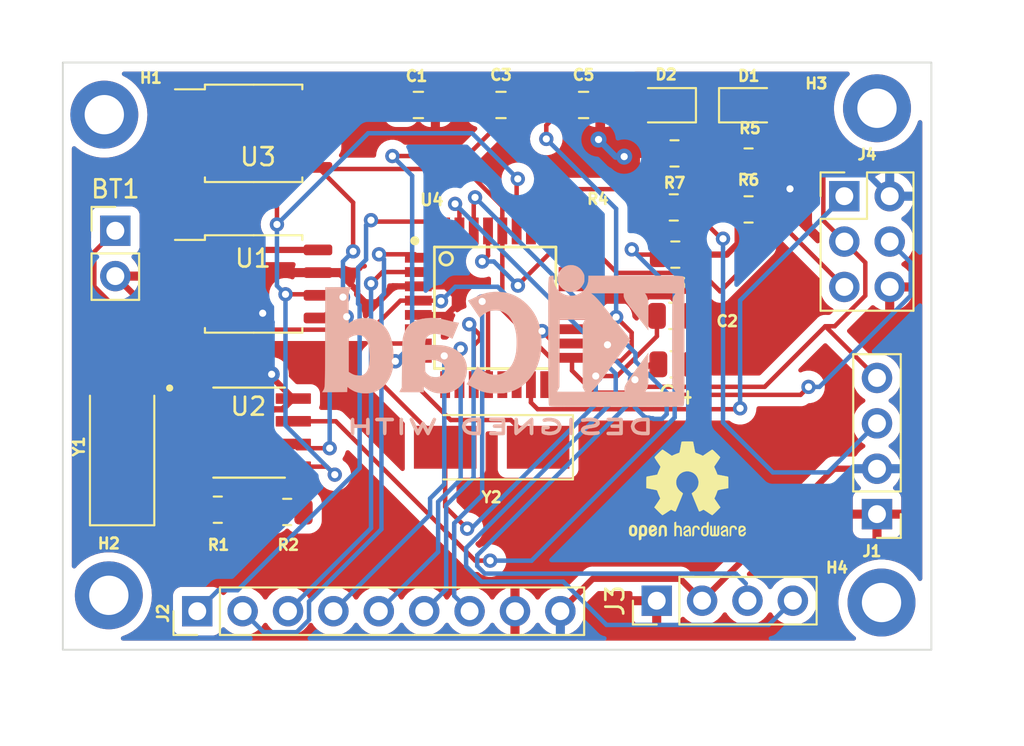
<source format=kicad_pcb>
(kicad_pcb (version 20211014) (generator pcbnew)
  (title_block (title "MCU Datalogger") (date "2022-06-04") (rev "1") (company "Amrith"))
  (layers (0 "F.Cu" mixed) (31 "B.Cu" mixed) (34 "B.Paste" user) (35 "F.Paste" user) (36 "B.SilkS" user "B.Silkscreen") (37 "F.SilkS" user "F.Silkscreen") (38 "B.Mask" user) (39 "F.Mask" user) (44 "Edge.Cuts" user))
  (net 0 "")
  (net 1 "Net-(BT1-Pad1)")
  (net 2 "GND")
  (net 3 "VCC")
  (net 4 "Net-(U4-Pad7)")
  (net 5 "Net-(D1-Pad1)")
  (net 6 "/SCK")
  (net 7 "Net-(D2-Pad1)")
  (net 8 "/SDA")
  (net 9 "/D2")
  (net 10 "/D3")
  (net 11 "/D4")
  (net 12 "/D5")
  (net 13 "/D6")
  (net 14 "/D7")
  (net 15 "/D8")
  (net 16 "/RX")
  (net 17 "/TX")
  (net 18 "/MOSI")
  (net 19 "/MISO")
  (net 20 "/RESET")
  (net 21 "Net-(U2-Pad3)")
  (net 22 "Net-(U2-Pad7)")
  (net 23 "Net-(U2-Pad1)")
  (net 24 "Net-(U2-Pad2)")
  (net 34 "Net-(C3-Pad2)")
  (net 35 "Net-(C4-Pad2)")
  (footprint "MountingHole:MountingHole_2.2mm_M2_DIN965_Pad_TopBottom" (layer "F.Cu") (at 143.865 106.087)
    (fp_text reference "H4")
    (fp_text value "MountingHole")
  )
  (footprint "Resistor_SMD:R_0805_2012Metric" (layer "F.Cu") (at 132.239 83.978)
    (fp_text reference "R4")
    (fp_text value "4.7K")
  )
  (footprint "Package_SO:SOIC-8_5.23x5.23mm_P1.27mm" (layer "F.Cu") (at 108.729 79.832)
    (fp_text reference "U3")
    (fp_text value "24LC1025")
  )
  (footprint "Capacitor_SMD:C_0805_2012Metric" (layer "F.Cu") (at 132.247 90.047 180)
    (fp_text reference "C2")
    (fp_text value "22pF")
  )
  (footprint "Resistor_SMD:R_0805_2012Metric" (layer "F.Cu") (at 106.7235 100.893 180)
    (fp_text reference "R1")
    (fp_text value "10K")
  )
  (footprint "MountingHole:MountingHole_2.2mm_M2_DIN965_Pad_TopBottom" (layer "F.Cu") (at 143.612 78.429)
    (fp_text reference "H3")
    (fp_text value "MountingHole")
  )
  (footprint "MountingHole:MountingHole_2.2mm_M2_DIN965_Pad_TopBottom" (layer "F.Cu") (at 100.626 105.684)
    (fp_text reference "H2")
    (fp_text value "MountingHole")
  )
  (footprint "Resistor_SMD:R_0805_2012Metric" (layer "F.Cu") (at 132.326 86.617 180)
    (fp_text reference "R3")
    (fp_text value "10k")
  )
  (footprint "DS1337S_:SOIC127P600X175-8N" (layer "F.Cu") (at 108.475 96.579)
    (fp_text reference "U2")
    (fp_text value "DS1337S+")
  )
  (footprint "Capacitor_SMD:C_0805_2012Metric" (layer "F.Cu") (at 127.19325 78.244)
    (fp_text reference "C5")
    (fp_text value "100nF")
  )
  (footprint "Package_SO:SOIC-8_5.23x5.23mm_P1.27mm" (layer "F.Cu") (at 108.729 88.2605)
    (fp_text reference "U1")
    (fp_text value "24LC1025")
  )
  (footprint "Crystal:Crystal_SMD_5032-2Pin_5.0x3.2mm_HandSoldering" (layer "F.Cu") (at 101.37 97.213 90)
    (fp_text reference "Y1")
    (fp_text value "32.768 KHz")
  )
  (footprint "Connector_PinHeader_2.54mm:PinHeader_2x03_P2.54mm_Vertical" (layer "F.Cu") (at 141.784 83.348)
    (fp_text reference "J4")
    (fp_text value "Conn_02x03_Odd_Even")
  )
  (footprint "Capacitor_SMD:C_0805_2012Metric" (layer "F.Cu") (at 122.571 78.244)
    (fp_text reference "C3")
    (fp_text value "22pF")
  )
  (footprint "Connector_PinHeader_2.54mm:PinHeader_1x04_P2.54mm_Vertical" (layer "F.Cu") (at 143.612 101.14 180)
    (fp_text reference "J1")
    (fp_text value "Conn_01x04_Male")
  )
  (footprint "Resistor_SMD:R_0805_2012Metric" (layer "F.Cu") (at 136.425 84.089)
    (fp_text reference "R6")
    (fp_text value "10K")
  )
  (footprint "Capacitor_SMD:C_0805_2012Metric" (layer "F.Cu") (at 117.94875 78.244)
    (fp_text reference "C1")
    (fp_text value "0.1uF")
  )
  (footprint "Resistor_SMD:R_0805_2012Metric" (layer "F.Cu") (at 110.6075 101.02)
    (fp_text reference "R2")
    (fp_text value "4.7k")
  )
  (footprint "MountingHole:MountingHole_2.2mm_M2_DIN965_Pad_TopBottom" (layer "F.Cu") (at 100.373 78.786)
    (fp_text reference "H1")
    (fp_text value "MountingHole")
  )
  (footprint "Connector_PinHeader_2.54mm:PinHeader_1x04_P2.54mm_Vertical" (layer "F.Cu") (at 131.285 105.985 90)
    (fp_text reference "J3")
    (fp_text value "Conn_01x04_Male")
  )
  (footprint "Resistor_SMD:R_0805_2012Metric" (layer "F.Cu") (at 136.425 81.41 180)
    (fp_text reference "R5")
    (fp_text value "330r")
  )
  (footprint "LED_SMD:LED_0805_2012Metric" (layer "F.Cu") (at 131.7955 78.259 180)
    (fp_text reference "D2")
    (fp_text value "LED")
  )
  (footprint "Connector_PinHeader_2.54mm:PinHeader_1x02_P2.54mm_Vertical" (layer "F.Cu") (at 100.99 85.281)
    (fp_text reference "BT1")
    (fp_text value "Battery")
  )
  (footprint "Crystal:Crystal_SMD_5032-2Pin_5.0x3.2mm_HandSoldering" (layer "F.Cu") (at 122.048 97.398 180)
    (fp_text reference "Y2")
    (fp_text value "16MHz")
  )
  (footprint "Capacitor_SMD:C_0805_2012Metric" (layer "F.Cu") (at 132.326 92.758 180)
    (fp_text reference "C4")
    (fp_text value "0.1uF")
  )
  (footprint "LED_SMD:LED_0805_2012Metric" (layer "F.Cu") (at 136.45775 78.259)
    (fp_text reference "D1")
    (fp_text value "LED")
  )
  (footprint "ATMEGA328P-AU:QFP80P900X900X120-32N" (layer "F.Cu") (at 122.246 89.593)
    (fp_text reference "U4")
    (fp_text value "ATMEGA328P-AU")
  )
  (footprint "Symbol:OSHW-Logo2_7.3x6mm_SilkScreen" (layer "F.Cu") (at 133 99.833)
    (fp_text reference "REF**" hide)
    (fp_text value "OSHW-Logo2_7.3x6mm_SilkScreen" hide)
  )
  (footprint "Connector_PinHeader_2.54mm:PinHeader_1x09_P2.54mm_Vertical" (layer "F.Cu") (at 105.574 106.572 90)
    (fp_text reference "J2")
    (fp_text value "Conn_01x09_Male")
  )
  (footprint "Resistor_SMD:R_0805_2012Metric" (layer "F.Cu") (at 132.2815 80.955 180)
    (fp_text reference "R7")
    (fp_text value "330r")
  )
  (footprint "Symbol:KiCad-Logo2_8mm_SilkScreen" (layer "B.Cu") (at 122.712 91.14 180)
    (fp_text reference "REF**" hide)
    (fp_text value "KiCad-Logo2_8mm_SilkScreen" hide)
  )
  (gr_rect (start 98.0495 75.868) (end 146.6555 108.728) (layer "Edge.Cuts") (width 0.1) (fill none))
  (segment (start 125.106 80.145) (end 125.106 79.38125) (width 0.25) (layer "F.Cu") (net 1))
  (segment (start 129.883501 90.983501) (end 129.014 90.114) (width 0.25) (layer "F.Cu") (net 1))
  (segment (start 102.229081 90.818081) (end 99.815489 88.404489) (width 0.25) (layer "F.Cu") (net 1))
  (segment (start 129.79348 77.19448) (end 127.29277 77.19448) (width 0.25) (layer "F.Cu") (net 1))
  (segment (start 125.106 79.38125) (end 126.24325 78.244) (width 0.25) (layer "F.Cu") (net 1))
  (segment (start 128.300901 92.562501) (end 129.285099 92.562501) (width 0.25) (layer "F.Cu") (net 1))
  (segment (start 119.186 89.193) (end 119.215 89.222) (width 0.25) (layer "F.Cu") (net 1))
  (segment (start 99.815489 88.404489) (end 99.815489 86.455511) (width 0.25) (layer "F.Cu") (net 1))
  (segment (start 125.564 91.593) (end 126.546 91.593) (width 0.25) (layer "F.Cu") (net 1))
  (segment (start 129.285099 92.562501) (end 129.883501 91.964099) (width 0.25) (layer "F.Cu") (net 1))
  (segment (start 115.320919 90.818081) (end 102.229081 90.818081) (width 0.25) (layer "F.Cu") (net 1))
  (segment (start 117.946 89.193) (end 119.186 89.193) (width 0.25) (layer "F.Cu") (net 1))
  (segment (start 124.867 90.896) (end 125.564 91.593) (width 0.25) (layer "F.Cu") (net 1))
  (segment (start 127.3314 91.593) (end 128.300901 92.562501) (width 0.25) (layer "F.Cu") (net 1))
  (segment (start 130.858 78.259) (end 129.79348 77.19448) (width 0.25) (layer "F.Cu") (net 1))
  (segment (start 117.946 89.193) (end 116.946 89.193) (width 0.25) (layer "F.Cu") (net 1))
  (segment (start 126.546 91.593) (end 127.3314 91.593) (width 0.25) (layer "F.Cu") (net 1))
  (segment (start 127.29277 77.19448) (end 126.24325 78.244) (width 0.25) (layer "F.Cu") (net 1))
  (segment (start 116.946 89.193) (end 115.320919 90.818081) (width 0.25) (layer "F.Cu") (net 1))
  (segment (start 99.815489 86.455511) (end 100.99 85.281) (width 0.25) (layer "F.Cu") (net 1))
  (segment (start 129.883501 91.964099) (end 129.883501 90.983501) (width 0.25) (layer "F.Cu") (net 1))
  (via (at 124.867 90.896) (size 0.8) (drill 0.4) (layers "F.Cu" "B.Cu") (net 1))
  (via (at 125.106 80.145) (size 0.8) (drill 0.4) (layers "F.Cu" "B.Cu") (net 1))
  (via (at 119.215 89.222) (size 0.8) (drill 0.4) (layers "F.Cu" "B.Cu") (net 1))
  (via (at 129.014 90.114) (size 0.8) (drill 0.4) (layers "F.Cu" "B.Cu") (net 1))
  (segment (start 121.622 88.419) (end 122.39 88.419) (width 0.25) (layer "B.Cu") (net 1))
  (segment (start 129.014 84.053) (end 125.106 80.145) (width 0.25) (layer "B.Cu") (net 1))
  (segment (start 129.014 90.114) (end 129.014 84.053) (width 0.25) (layer "B.Cu") (net 1))
  (segment (start 120.018 88.419) (end 121.622 88.419) (width 0.25) (layer "B.Cu") (net 1))
  (segment (start 122.39 88.419) (end 124.867 90.896) (width 0.25) (layer "B.Cu") (net 1))
  (segment (start 119.215 89.222) (end 120.018 88.419) (width 0.25) (layer "B.Cu") (net 1))
  (segment (start 131.369 80.955) (end 129.644 80.955) (width 0.35) (layer "F.Cu") (net 2))
  (segment (start 114.524499 88.83781) (end 114.524499 88.64981) (width 0.35) (layer "F.Cu") (net 2))
  (segment (start 114.97819 89.291501) (end 114.524499 88.83781) (width 0.35) (layer "F.Cu") (net 2))
  (segment (start 130.788316 88.94748) (end 132.09748 88.94748) (width 0.35) (layer "F.Cu") (net 2))
  (segment (start 128.029 80.177) (end 128.029 78.35825) (width 0.35) (layer "F.Cu") (net 2))
  (segment (start 103.3345 90.1655) (end 100.99 87.821) (width 0.35) (layer "F.Cu") (net 2))
  (segment (start 119.989501 89.54281) (end 119.53581 89.996501) (width 0.35) (layer "F.Cu") (net 2))
  (segment (start 119.481311 88.393) (end 119.989501 88.90119) (width 0.35) (layer "F.Cu") (net 2))
  (segment (start 129.644 80.955) (end 129.465 81.134) (width 0.35) (layer "F.Cu") (net 2))
  (segment (start 132.09748 88.94748) (end 133.197 90.047) (width 0.35) (layer "F.Cu") (net 2))
  (segment (start 114.524499 88.64981) (end 113.500189 87.6255) (width 0.35) (layer "F.Cu") (net 2))
  (segment (start 117.949501 89.996501) (end 117.946 89.993) (width 0.35) (layer "F.Cu") (net 2))
  (segment (start 105.129 90.1655) (end 103.3345 90.1655) (width 0.35) (layer "F.Cu") (net 2))
  (segment (start 117.946 88.393) (end 119.481311 88.393) (width 0.35) (layer "F.Cu") (net 2))
  (segment (start 117.946 88.393) (end 116.518311 88.393) (width 0.35) (layer "F.Cu") (net 2))
  (segment (start 116.518311 88.393) (end 115.61981 89.291501) (width 0.35) (layer "F.Cu") (net 2))
  (segment (start 115.61981 89.291501) (end 114.97819 89.291501) (width 0.35) (layer "F.Cu") (net 2))
  (segment (start 119.53581 89.996501) (end 117.949501 89.996501) (width 0.35) (layer "F.Cu") (net 2))
  (segment (start 113.500189 87.6255) (end 112.329 87.6255) (width 0.35) (layer "F.Cu") (net 2))
  (segment (start 128.029 78.35825) (end 128.14325 78.244) (width 0.35) (layer "F.Cu") (net 2))
  (segment (start 130.542796 89.193) (end 130.788316 88.94748) (width 0.35) (layer "F.Cu") (net 2))
  (segment (start 126.546 89.193) (end 130.542796 89.193) (width 0.35) (layer "F.Cu") (net 2))
  (segment (start 119.989501 88.90119) (end 119.989501 89.54281) (width 0.35) (layer "F.Cu") (net 2))
  (via (at 129.465 81.134) (size 0.9) (drill 0.4) (layers "F.Cu" "B.Cu") (net 2))
  (via (at 128.029 80.177) (size 0.9) (drill 0.4) (layers "F.Cu" "B.Cu") (net 2))
  (segment (start 128.986 81.134) (end 128.029 80.177) (width 0.35) (layer "B.Cu") (net 2))
  (segment (start 129.465 81.134) (end 128.986 81.134) (width 0.35) (layer "B.Cu") (net 2))
  (segment (start 108.2335 88.8955) (end 109.236 89.898) (width 0.35) (layer "F.Cu") (net 3))
  (segment (start 109.695 101.02) (end 109.695 99.901427) (width 0.35) (layer "F.Cu") (net 3))
  (segment (start 141.21 98.6) (end 133.825 105.985) (width 0.35) (layer "F.Cu") (net 3))
  (segment (start 107.636 100.893) (end 109.568 100.893) (width 0.35) (layer "F.Cu") (net 3))
  (segment (start 103.95448 78.829737) (end 103.95448 79.564263) (width 0.35) (layer "F.Cu") (net 3))
  (segment (start 127.705511 104.760489) (end 132.600489 104.760489) (width 0.35) (layer "F.Cu") (net 3))
  (segment (start 110.95 94.674) (end 109.7375 93.4615) (width 0.35) (layer "F.Cu") (net 3))
  (segment (start 135.5125 84.089) (end 136.6655 82.936) (width 0.35) (layer "F.Cu") (net 3))
  (segment (start 104.857217 80.467) (end 103.95448 81.369737) (width 0.35) (layer "F.Cu") (net 3))
  (segment (start 104.857217 77.927) (end 103.95448 78.829737) (width 0.35) (layer "F.Cu") (net 3))
  (segment (start 143.612 98.6) (end 141.21 98.6) (width 0.35) (layer "F.Cu") (net 3))
  (segment (start 105.129 88.8955) (end 108.2335 88.8955) (width 0.35) (layer "F.Cu") (net 3))
  (segment (start 105.129 80.467) (end 104.857217 80.467) (width 0.35) (layer "F.Cu") (net 3))
  (segment (start 110.34952 95.27448) (end 110.95 94.674) (width 0.35) (layer "F.Cu") (net 3))
  (segment (start 136.6655 82.936) (end 138.744 82.936) (width 0.35) (layer "F.Cu") (net 3))
  (segment (start 125.894 106.572) (end 127.705511 104.760489) (width 0.35) (layer "F.Cu") (net 3))
  (segment (start 109.14096 95.967582) (end 109.834062 95.27448) (width 0.35) (layer "F.Cu") (net 3))
  (segment (start 135.813511 86.0048) (end 135.813511 84.390011) (width 0.35) (layer "F.Cu") (net 3))
  (segment (start 109.695 99.901427) (end 109.14096 99.347387) (width 0.35) (layer "F.Cu") (net 3))
  (segment (start 132.600489 104.760489) (end 133.825 105.985) (width 0.35) (layer "F.Cu") (net 3))
  (segment (start 109.14096 99.347387) (end 109.14096 95.967582) (width 0.35) (layer "F.Cu") (net 3))
  (segment (start 116.68175 77.927) (end 116.99875 78.244) (width 0.35) (layer "F.Cu") (net 3))
  (segment (start 133.2385 86.617) (end 135.201311 86.617) (width 0.35) (layer "F.Cu") (net 3))
  (segment (start 112.329 77.927) (end 116.68175 77.927) (width 0.35) (layer "F.Cu") (net 3))
  (segment (start 105.129 86.3555) (end 105.129 87.6255) (width 0.35) (layer "F.Cu") (net 3))
  (segment (start 103.95448 79.564263) (end 104.857217 80.467) (width 0.35) (layer "F.Cu") (net 3))
  (segment (start 109.568 100.893) (end 109.695 101.02) (width 0.35) (layer "F.Cu") (net 3))
  (segment (start 105.129 77.927) (end 104.857217 77.927) (width 0.35) (layer "F.Cu") (net 3))
  (segment (start 135.201311 86.617) (end 135.813511 86.0048) (width 0.35) (layer "F.Cu") (net 3))
  (segment (start 105.129 87.6255) (end 105.129 88.8955) (width 0.35) (layer "F.Cu") (net 3))
  (segment (start 105.129 86.3555) (end 112.329 86.3555) (width 0.35) (layer "F.Cu") (net 3))
  (segment (start 103.95448 85.18098) (end 105.129 86.3555) (width 0.35) (layer "F.Cu") (net 3))
  (segment (start 131.3265 83.978) (end 131.3265 84.705) (width 0.35) (layer "F.Cu") (net 3))
  (segment (start 105.129 77.927) (end 112.329 77.927) (width 0.35) (layer "F.Cu") (net 3))
  (segment (start 103.95448 81.369737) (end 103.95448 85.18098) (width 0.35) (layer "F.Cu") (net 3))
  (segment (start 109.834062 95.27448) (end 110.34952 95.27448) (width 0.35) (layer "F.Cu") (net 3))
  (segment (start 131.3265 84.705) (end 133.2385 86.617) (width 0.35) (layer "F.Cu") (net 3))
  (segment (start 135.813511 84.390011) (end 135.5125 84.089) (width 0.35) (layer "F.Cu") (net 3))
  (segment (start 109.7375 93.4615) (end 109.7375 93.314699) (width 0.35) (layer "F.Cu") (net 3))
  (via (at 109.236 89.898) (size 0.9) (drill 0.4) (layers "F.Cu" "B.Cu") (net 3))
  (via (at 109.7375 93.314699) (size 0.9) (drill 0.4) (layers "F.Cu" "B.Cu") (net 3))
  (via (at 138.744 82.936) (size 0.9) (drill 0.4) (layers "F.Cu" "B.Cu") (net 3))
  (segment (start 143.099489 82.123489) (end 144.324 83.348) (width 0.35) (layer "B.Cu") (net 3))
  (segment (start 138.744 82.936) (end 139.556511 82.123489) (width 0.35) (layer "B.Cu") (net 3))
  (segment (start 139.556511 82.123489) (end 143.099489 82.123489) (width 0.35) (layer "B.Cu") (net 3))
  (segment (start 109.7375 90.3995) (end 109.7375 93.314699) (width 0.35) (layer "B.Cu") (net 3))
  (segment (start 109.236 89.898) (end 109.7375 90.3995) (width 0.35) (layer "B.Cu") (net 3))
  (segment (start 116.063386 91.593) (end 117.946 91.593) (width 0.25) (layer "F.Cu") (net 4))
  (segment (start 131.297 90.047) (end 131.297 91.186304) (width 0.25) (layer "F.Cu") (net 4))
  (segment (start 119.448 100.724) (end 120.676997 101.952997) (width 0.25) (layer "F.Cu") (net 4))
  (segment (start 115.370489 93.320489) (end 115.370489 92.285897) (width 0.25) (layer "F.Cu") (net 4))
  (segment (start 129.070939 93.412365) (end 127.873463 93.412365) (width 0.25) (layer "F.Cu") (net 4))
  (segment (start 115.370489 92.285897) (end 116.063386 91.593) (width 0.25) (layer "F.Cu") (net 4))
  (segment (start 119.448 97.398) (end 115.370489 93.320489) (width 0.25) (layer "F.Cu") (net 4))
  (segment (start 131.297 91.186304) (end 129.070939 93.412365) (width 0.25) (layer "F.Cu") (net 4))
  (segment (start 119.448 97.398) (end 119.448 100.724) (width 0.25) (layer "F.Cu") (net 4))
  (via (at 120.676997 101.952997) (size 0.8) (drill 0.4) (layers "F.Cu" "B.Cu") (net 4))
  (via (at 127.873463 93.412365) (size 0.8) (drill 0.4) (layers "F.Cu" "B.Cu") (net 4))
  (segment (start 120.676997 101.952997) (end 120.907003 101.952997) (width 0.25) (layer "B.Cu") (net 4))
  (segment (start 127.873463 94.986537) (end 127.873463 93.412365) (width 0.25) (layer "B.Cu") (net 4))
  (segment (start 120.907003 101.952997) (end 127.873463 94.986537) (width 0.25) (layer "B.Cu") (net 4))
  (segment (start 135.5125 78.26675) (end 135.52025 78.259) (width 0.25) (layer "F.Cu") (net 5))
  (segment (start 135.5125 81.41) (end 135.5125 78.26675) (width 0.25) (layer "F.Cu") (net 5))
  (segment (start 112.985 97.451) (end 111.187 97.451) (width 0.25) (layer "F.Cu") (net 6))
  (segment (start 122.646 85.293) (end 122.646 89.6996) (width 0.25) (layer "F.Cu") (net 6))
  (segment (start 127.778999 94.342501) (end 130.366099 94.342501) (width 0.25) (layer "F.Cu") (net 6))
  (segment (start 140.609489 84.713489) (end 141.784 85.888) (width 0.25) (layer "F.Cu") (net 6))
  (segment (start 112.329 90.1655) (end 113.865069 90.1655) (width 0.25) (layer "F.Cu") (net 6))
  (segment (start 125.3394 92.393) (end 126.546 92.393) (width 0.25) (layer "F.Cu") (net 6))
  (segment (start 112.329 81.737) (end 114.29633 83.70433) (width 0.25) (layer "F.Cu") (net 6))
  (segment (start 112.329 81.737) (end 112.418501 81.826501) (width 0.25) (layer "F.Cu") (net 6))
  (segment (start 126.546 93.109502) (end 127.778999 94.342501) (width 0.25) (layer "F.Cu") (net 6))
  (segment (start 137.327324 94.017676) (end 140.7185 90.6265) (width 0.25) (layer "F.Cu") (net 6))
  (segment (start 142.958511 88.914499) (end 141.24651 90.6265) (width 0.25) (layer "F.Cu") (net 6))
  (segment (start 141.784 85.888) (end 142.958511 87.062511) (width 0.25) (layer "F.Cu") (net 6))
  (segment (start 112.418501 81.826501) (end 120.555101 81.826501) (width 0.25) (layer "F.Cu") (net 6))
  (segment (start 111.187 97.451) (end 110.95 97.214) (width 0.25) (layer "F.Cu") (net 6))
  (segment (start 109.64048 97.53252) (end 109.959 97.214) (width 0.25) (layer "F.Cu") (net 6))
  (segment (start 140.7185 90.6265) (end 143.612 93.52) (width 0.25) (layer "F.Cu") (net 6))
  (segment (start 141.24651 90.6265) (end 140.7185 90.6265) (width 0.25) (layer "F.Cu") (net 6))
  (segment (start 130.366099 94.342501) (end 130.690924 94.017676) (width 0.25) (layer "F.Cu") (net 6))
  (segment (start 109.64048 99.14048) (end 109.64048 97.53252) (width 0.25) (layer "F.Cu") (net 6))
  (segment (start 122.646 83.9174) (end 122.646 85.293) (width 0.25) (layer "F.Cu") (net 6))
  (segment (start 126.546 92.393) (end 126.546 93.109502) (width 0.25) (layer "F.Cu") (net 6))
  (segment (start 140.609489 81.473239) (end 140.609489 84.713489) (width 0.25) (layer "F.Cu") (net 6))
  (segment (start 113.7285 88.997) (end 112.56 90.1655) (width 0.25) (layer "F.Cu") (net 6))
  (segment (start 130.690924 94.017676) (end 137.327324 94.017676) (width 0.25) (layer "F.Cu") (net 6))
  (segment (start 109.959 97.214) (end 110.95 97.214) (width 0.25) (layer "F.Cu") (net 6))
  (segment (start 122.646 89.6996) (end 125.3394 92.393) (width 0.25) (layer "F.Cu") (net 6))
  (segment (start 113.865069 90.1655) (end 113.936989 90.09358) (width 0.25) (layer "F.Cu") (net 6))
  (segment (start 137.39525 78.259) (end 140.609489 81.473239) (width 0.25) (layer "F.Cu") (net 6))
  (segment (start 112.56 90.1655) (end 112.329 90.1655) (width 0.25) (layer "F.Cu") (net 6))
  (segment (start 111.52 101.02) (end 109.64048 99.14048) (width 0.25) (layer "F.Cu") (net 6))
  (segment (start 142.958511 87.062511) (end 142.958511 88.914499) (width 0.25) (layer "F.Cu") (net 6))
  (segment (start 114.29633 83.70433) (end 114.29633 86.437248) (width 0.25) (layer "F.Cu") (net 6))
  (segment (start 120.555101 81.826501) (end 122.646 83.9174) (width 0.25) (layer "F.Cu") (net 6))
  (via (at 114.29633 86.437248) (size 0.8) (drill 0.4) (layers "F.Cu" "B.Cu") (net 6))
  (via (at 113.7285 88.997) (size 0.8) (drill 0.4) (layers "F.Cu" "B.Cu") (net 6))
  (via (at 113.936989 90.09358) (size 0.8) (drill 0.4) (layers "F.Cu" "B.Cu") (net 6))
  (via (at 112.985 97.451) (size 0.8) (drill 0.4) (layers "F.Cu" "B.Cu") (net 6))
  (segment (start 112.985 97.451) (end 112.985 91.045569) (width 0.25) (layer "B.Cu") (net 6))
  (segment (start 112.985 91.045569) (end 113.936989 90.09358) (width 0.25) (layer "B.Cu") (net 6))
  (segment (start 113.7285 88.997) (end 113.7285 87.005078) (width 0.25) (layer "B.Cu") (net 6))
  (segment (start 113.7285 87.005078) (end 114.29633 86.437248) (width 0.25) (layer "B.Cu") (net 6))
  (segment (start 133.194 78.72) (end 132.733 78.259) (width 0.25) (layer "F.Cu") (net 7))
  (segment (start 133.194 80.955) (end 133.194 78.72) (width 0.25) (layer "F.Cu") (net 7))
  (segment (start 132.12698 82.95348) (end 124.78552 82.95348) (width 0.25) (layer "F.Cu") (net 8))
  (segment (start 123.446 85.293) (end 123.446 82.443) (width 0.25) (layer "F.Cu") (net 8))
  (segment (start 124.78552 82.95348) (end 123.446 84.293) (width 0.25) (layer "F.Cu") (net 8))
  (segment (start 133.1515 83.978) (end 132.12698 82.95348) (width 0.25) (layer "F.Cu") (net 8))
  (segment (start 112.329 80.467) (end 112.127928 80.467) (width 0.25) (layer "F.Cu") (net 8))
  (segment (start 112.822 98.484) (end 113.270201 98.932201) (width 0.25) (layer "F.Cu") (net 8))
  (segment (start 134.9015 85.728) (end 134.995 85.728) (width 0.25) (layer "F.Cu") (net 8))
  (segment (start 110.034 82.560928) (end 110.034 84.93) (width 0.25) (layer "F.Cu") (net 8))
  (segment (start 123.446 84.293) (end 123.446 85.293) (width 0.25) (layer "F.Cu") (net 8))
  (segment (start 112.2715 88.838) (end 112.329 88.8955) (width 0.25) (layer "F.Cu") (net 8))
  (segment (start 123.446 82.443) (end 123.511 82.378) (width 0.25) (layer "F.Cu") (net 8))
  (segment (start 110.512 88.838) (end 112.2715 88.838) (width 0.25) (layer "F.Cu") (net 8))
  (segment (start 133.1515 83.978) (end 134.9015 85.728) (width 0.25) (layer "F.Cu") (net 8))
  (segment (start 110.95 98.484) (end 112.822 98.484) (width 0.25) (layer "F.Cu") (net 8))
  (segment (start 112.127928 80.467) (end 110.034 82.560928) (width 0.25) (layer "F.Cu") (net 8))
  (via (at 113.270201 98.932201) (size 0.8) (drill 0.4) (layers "F.Cu" "B.Cu") (net 8))
  (via (at 110.512 88.838) (size 0.8) (drill 0.4) (layers "F.Cu" "B.Cu") (net 8))
  (via (at 110.034 84.93) (size 0.8) (drill 0.4) (layers "F.Cu" "B.Cu") (net 8))
  (via (at 123.511 82.378) (size 0.8) (drill 0.4) (layers "F.Cu" "B.Cu") (net 8))
  (via (at 134.995 85.728) (size 0.8) (drill 0.4) (layers "F.Cu" "B.Cu") (net 8))
  (segment (start 110.034 88.36) (end 110.512 88.838) (width 0.25) (layer "B.Cu") (net 8))
  (segment (start 120.959 79.826) (end 115.138 79.826) (width 0.25) (layer "B.Cu") (net 8))
  (segment (start 123.511 82.378) (end 120.959 79.826) (width 0.25) (layer "B.Cu") (net 8))
  (segment (start 110.034 84.93) (end 110.034 88.36) (width 0.25) (layer "B.Cu") (net 8))
  (segment (start 134.995 96.014) (end 137.787 98.806) (width 0.25) (layer "B.Cu") (net 8))
  (segment (start 134.995 85.728) (end 134.995 96.014) (width 0.25) (layer "B.Cu") (net 8))
  (segment (start 110.512 88.838) (end 110.512 96.174) (width 0.25) (layer "B.Cu") (net 8))
  (segment (start 110.512 96.174) (end 113.270201 98.932201) (width 0.25) (layer "B.Cu") (net 8))
  (segment (start 140.866 98.806) (end 143.612 96.06) (width 0.25) (layer "B.Cu") (net 8))
  (segment (start 115.138 79.826) (end 110.034 84.93) (width 0.25) (layer "B.Cu") (net 8))
  (segment (start 137.787 98.806) (end 140.866 98.806) (width 0.25) (layer "B.Cu") (net 8))
  (segment (start 119.446 85.293) (end 118.924 84.771) (width 0.25) (layer "F.Cu") (net 9))
  (segment (start 118.924 84.771) (end 115.377 84.771) (width 0.25) (layer "F.Cu") (net 9))
  (segment (start 115.377 84.771) (end 115.297 84.691) (width 0.25) (layer "F.Cu") (net 9))
  (via (at 115.297 84.691) (size 0.8) (drill 0.4) (layers "F.Cu" "B.Cu") (net 9))
  (segment (start 114.574499 89.367203) (end 114.661489 89.454193) (width 0.25) (layer "B.Cu") (net 9))
  (segment (start 114.661489 89.454193) (end 114.661489 98.565511) (width 0.25) (layer "B.Cu") (net 9))
  (segment (start 107.829511 105.397489) (end 106.748511 105.397489) (width 0.25) (layer "B.Cu") (net 9))
  (segment (start 115.02083 86.90005) (end 114.574499 87.346381) (width 0.25) (layer "B.Cu") (net 9))
  (segment (start 114.574499 87.346381) (end 114.574499 89.367203) (width 0.25) (layer "B.Cu") (net 9))
  (segment (start 114.661489 98.565511) (end 107.829511 105.397489) (width 0.25) (layer "B.Cu") (net 9))
  (segment (start 115.297 84.691) (end 115.02083 84.96717) (width 0.25) (layer "B.Cu") (net 9))
  (segment (start 106.748511 105.397489) (end 105.574 106.572) (width 0.25) (layer "B.Cu") (net 9))
  (segment (start 115.02083 84.96717) (end 115.02083 86.90005) (width 0.25) (layer "B.Cu") (net 9))
  (segment (start 117.752951 86.599951) (end 115.745331 86.599951) (width 0.25) (layer "F.Cu") (net 10))
  (segment (start 117.946 86.793) (end 117.752951 86.599951) (width 0.25) (layer "F.Cu") (net 10))
  (via (at 115.745331 86.599951) (size 0.8) (drill 0.4) (layers "F.Cu" "B.Cu") (net 10))
  (segment (start 108.114 106.572) (end 109.288511 107.746511) (width 0.25) (layer "B.Cu") (net 10))
  (segment (start 116.023501 88.817099) (end 116.023501 86.878121) (width 0.25) (layer "B.Cu") (net 10))
  (segment (start 115.881099 101.980605) (end 115.881099 88.959501) (width 0.25) (layer "B.Cu") (net 10))
  (segment (start 109.288511 107.746511) (end 111.140499 107.746511) (width 0.25) (layer "B.Cu") (net 10))
  (segment (start 111.828511 107.058499) (end 111.828511 106.033193) (width 0.25) (layer "B.Cu") (net 10))
  (segment (start 111.140499 107.746511) (end 111.828511 107.058499) (width 0.25) (layer "B.Cu") (net 10))
  (segment (start 111.828511 106.033193) (end 115.881099 101.980605) (width 0.25) (layer "B.Cu") (net 10))
  (segment (start 115.881099 88.959501) (end 116.023501 88.817099) (width 0.25) (layer "B.Cu") (net 10))
  (segment (start 116.023501 86.878121) (end 115.745331 86.599951) (width 0.25) (layer "B.Cu") (net 10))
  (segment (start 117.946 87.593) (end 115.941 87.593) (width 0.25) (layer "F.Cu") (net 11))
  (segment (start 115.941 87.593) (end 115.299 88.235) (width 0.25) (layer "F.Cu") (net 11))
  (via (at 115.299 88.235) (size 0.8) (drill 0.4) (layers "F.Cu" "B.Cu") (net 11))
  (segment (start 115.299 88.235) (end 115.299 101.927) (width 0.25) (layer "B.Cu") (net 11))
  (segment (start 115.299 101.927) (end 110.654 106.572) (width 0.25) (layer "B.Cu") (net 11))
  (segment (start 119.446 92.333324) (end 119.397135 92.284459) (width 0.25) (layer "F.Cu") (net 12))
  (segment (start 119.446 93.893) (end 119.446 92.333324) (width 0.25) (layer "F.Cu") (net 12))
  (via (at 119.397135 92.284459) (size 0.8) (drill 0.4) (layers "F.Cu" "B.Cu") (net 12))
  (segment (start 119.397135 99.469049) (end 119.397135 92.284459) (width 0.25) (layer "B.Cu") (net 12))
  (segment (start 113.194 106.572) (end 118.603967 101.162033) (width 0.25) (layer "B.Cu") (net 12))
  (segment (start 118.603967 100.262217) (end 119.397135 99.469049) (width 0.25) (layer "B.Cu") (net 12))
  (segment (start 118.603967 101.162033) (end 118.603967 100.262217) (width 0.25) (layer "B.Cu") (net 12))
  (segment (start 120.246 93.893) (end 120.246 91.956164) (width 0.25) (layer "F.Cu") (net 13))
  (segment (start 120.246 91.956164) (end 120.3145 91.887664) (width 0.25) (layer "F.Cu") (net 13))
  (via (at 120.3145 91.887664) (size 0.8) (drill 0.4) (layers "F.Cu" "B.Cu") (net 13))
  (segment (start 120.3145 99.187388) (end 120.3145 91.887664) (width 0.25) (layer "B.Cu") (net 13))
  (segment (start 119.053476 100.448412) (end 120.3145 99.187388) (width 0.25) (layer "B.Cu") (net 13))
  (segment (start 115.734 106.572) (end 119.053476 103.252524) (width 0.25) (layer "B.Cu") (net 13))
  (segment (start 119.053476 103.252524) (end 119.053476 100.448412) (width 0.25) (layer "B.Cu") (net 13))
  (segment (start 121.046 91.704296) (end 121.396489 91.353807) (width 0.25) (layer "F.Cu") (net 14))
  (segment (start 121.046 93.893) (end 121.046 91.704296) (width 0.25) (layer "F.Cu") (net 14))
  (segment (start 121.396489 91.353807) (end 121.396489 91.115989) (width 0.25) (layer "F.Cu") (net 14))
  (segment (start 121.396489 91.115989) (end 120.7935 90.513) (width 0.25) (layer "F.Cu") (net 14))
  (via (at 120.7935 90.513) (size 0.8) (drill 0.4) (layers "F.Cu" "B.Cu") (net 14))
  (segment (start 118.274 106.572) (end 119.502985 105.343015) (width 0.25) (layer "B.Cu") (net 14))
  (segment (start 119.502985 100.634607) (end 121.039 99.098592) (width 0.25) (layer "B.Cu") (net 14))
  (segment (start 119.502985 105.343015) (end 119.502985 100.634607) (width 0.25) (layer "B.Cu") (net 14))
  (segment (start 121.039 99.098592) (end 121.039 90.7585) (width 0.25) (layer "B.Cu") (net 14))
  (segment (start 121.039 90.7585) (end 120.7935 90.513) (width 0.25) (layer "B.Cu") (net 14))
  (segment (start 121.846 89.565) (end 121.518 89.237) (width 0.25) (layer "F.Cu") (net 15))
  (segment (start 121.846 93.893) (end 121.846 89.565) (width 0.25) (layer "F.Cu") (net 15))
  (via (at 121.518 89.237) (size 0.8) (drill 0.4) (layers "F.Cu" "B.Cu") (net 15))
  (segment (start 121.518 89.237) (end 121.518 100.087394) (width 0.25) (layer "B.Cu") (net 15))
  (segment (start 119.952496 101.652898) (end 119.952496 105.710496) (width 0.25) (layer "B.Cu") (net 15))
  (segment (start 119.952496 105.710496) (end 120.814 106.572) (width 0.25) (layer "B.Cu") (net 15))
  (segment (start 121.518 100.087394) (end 119.952496 101.652898) (width 0.25) (layer "B.Cu") (net 15))
  (segment (start 121.046 83.488) (end 121.119 83.415) (width 0.25) (layer "F.Cu") (net 16))
  (segment (start 121.046 85.293) (end 121.046 83.488) (width 0.25) (layer "F.Cu") (net 16))
  (via (at 121.119 83.415) (size 0.8) (drill 0.4) (layers "F.Cu" "B.Cu") (net 16))
  (segment (start 130.069489 95.164193) (end 130.069489 95.094193) (width 0.25) (layer "B.Cu") (net 16))
  (segment (start 131.84151 94.711194) (end 131.841511 95.548193) (width 0.25) (layer "B.Cu") (net 16))
  (segment (start 131.841511 94.338807) (end 131.84151 94.711194) (width 0.25) (layer "B.Cu") (net 16))
  (segment (start 130.612807 95.707511) (end 130.069489 95.164193) (width 0.25) (layer "B.Cu") (net 16))
  (segment (start 128.643499 90.939499) (end 128.901099 90.939499) (width 0.25) (layer "B.Cu") (net 16))
  (segment (start 130.647807 95.707511) (end 130.612807 95.707511) (width 0.25) (layer "B.Cu") (net 16))
  (segment (start 135.711501 104.467501) (end 136.271 105.027) (width 0.25) (layer "B.Cu") (net 16))
  (segment (start 131.841511 95.548193) (end 131.578193 95.811511) (width 0.25) (layer "B.Cu") (net 16))
  (segment (start 121.663901 104.467501) (end 135.711501 104.467501) (width 0.25) (layer "B.Cu") (net 16))
  (segment (start 121.119 83.415) (end 128.643499 90.939499) (width 0.25) (layer "B.Cu") (net 16))
  (segment (start 130.096511 92.593807) (end 131.841511 94.338807) (width 0.25) (layer "B.Cu") (net 16))
  (segment (start 128.901099 90.939499) (end 130.096511 92.134911) (width 0.25) (layer "B.Cu") (net 16))
  (segment (start 130.891807 95.776511) (end 130.856807 95.741511) (width 0.25) (layer "B.Cu") (net 16))
  (segment (start 129.965489 94.956193) (end 129.845848 94.836552) (width 0.25) (layer "B.Cu") (net 16))
  (segment (start 131.100807 95.811511) (end 131.065807 95.776511) (width 0.25) (layer "B.Cu") (net 16))
  (segment (start 121.239499 103.442901) (end 121.239499 104.043099) (width 0.25) (layer "B.Cu") (net 16))
  (segment (start 130.681807 95.741511) (end 130.647807 95.707511) (width 0.25) (layer "B.Cu") (net 16))
  (segment (start 129.845848 94.836552) (end 121.239499 103.442901) (width 0.25) (layer "B.Cu") (net 16))
  (segment (start 121.239499 104.043099) (end 121.663901 104.467501) (width 0.25) (layer "B.Cu") (net 16))
  (segment (start 130.856807 95.741511) (end 130.681807 95.741511) (width 0.25) (layer "B.Cu") (net 16))
  (segment (start 130.069489 95.094193) (end 129.965489 94.990193) (width 0.25) (layer "B.Cu") (net 16))
  (segment (start 131.578193 95.811511) (end 131.100807 95.811511) (width 0.25) (layer "B.Cu") (net 16))
  (segment (start 129.965489 94.990193) (end 129.965489 94.956193) (width 0.25) (layer "B.Cu") (net 16))
  (segment (start 131.065807 95.776511) (end 130.891807 95.776511) (width 0.25) (layer "B.Cu") (net 16))
  (segment (start 130.096511 92.134911) (end 130.096511 92.593807) (width 0.25) (layer "B.Cu") (net 16))
  (segment (start 120.246 85.293) (end 120.246 84.023603) (width 0.25) (layer "F.Cu") (net 17))
  (segment (start 120.246 84.023603) (end 120.001821 83.779424) (width 0.25) (layer "F.Cu") (net 17))
  (via (at 120.001821 83.779424) (size 0.8) (drill 0.4) (layers "F.Cu" "B.Cu") (net 17))
  (segment (start 120.61898 104.058284) (end 120.61898 103.035612) (width 0.25) (layer "B.Cu") (net 17))
  (segment (start 137.55 107.34) (end 128.476592 107.34) (width 0.25) (layer "B.Cu") (net 17))
  (segment (start 138.905 105.985) (end 137.55 107.34) (width 0.25) (layer "B.Cu") (net 17))
  (segment (start 128.991978 94.662614) (end 128.991978 93.288578) (width 0.25) (layer "B.Cu") (net 17))
  (segment (start 121.477707 104.917011) (end 120.61898 104.058284) (width 0.25) (layer "B.Cu") (net 17))
  (segment (start 127.527499 91.305102) (end 120.001821 83.779424) (width 0.25) (layer "B.Cu") (net 17))
  (segment (start 127.527499 91.824099) (end 127.527499 91.305102) (width 0.25) (layer "B.Cu") (net 17))
  (segment (start 126.053604 104.917012) (end 121.477707 104.917011) (width 0.25) (layer "B.Cu") (net 17))
  (segment (start 128.476592 107.34) (end 126.053604 104.917012) (width 0.25) (layer "B.Cu") (net 17))
  (segment (start 120.61898 103.035612) (end 128.991978 94.662614) (width 0.25) (layer "B.Cu") (net 17))
  (segment (start 128.991978 93.288578) (end 127.527499 91.824099) (width 0.25) (layer "B.Cu") (net 17))
  (segment (start 124.62151 95.26851) (end 135.90149 95.26851) (width 0.25) (layer "F.Cu") (net 18))
  (segment (start 124.246 94.893) (end 124.62151 95.26851) (width 0.25) (layer "F.Cu") (net 18))
  (segment (start 135.90149 95.26851) (end 135.952 95.218) (width 0.25) (layer "F.Cu") (net 18))
  (segment (start 124.246 93.893) (end 124.246 94.893) (width 0.25) (layer "F.Cu") (net 18))
  (via (at 135.952 95.218) (size 0.8) (drill 0.4) (layers "F.Cu" "B.Cu") (net 18))
  (segment (start 135.952 95.218) (end 135.952 89.18) (width 0.25) (layer "B.Cu") (net 18))
  (segment (start 135.952 89.18) (end 141.784 83.348) (width 0.25) (layer "B.Cu") (net 18))
  (segment (start 125.945011 94.792011) (end 130.552293 94.792011) (width 0.25) (layer "F.Cu") (net 19))
  (segment (start 130.552293 94.792011) (end 130.877118 94.467186) (width 0.25) (layer "F.Cu") (net 19))
  (segment (start 125.046 93.893) (end 125.945011 94.792011) (width 0.25) (layer "F.Cu") (net 19))
  (segment (start 139.333814 94.467186) (end 139.78 94.021) (width 0.25) (layer "F.Cu") (net 19))
  (segment (start 130.877118 94.467186) (end 139.333814 94.467186) (width 0.25) (layer "F.Cu") (net 19))
  (via (at 139.78 94.021) (size 0.8) (drill 0.4) (layers "F.Cu" "B.Cu") (net 19))
  (segment (start 140.39201 94.021) (end 145.498511 88.914499) (width 0.25) (layer "B.Cu") (net 19))
  (segment (start 145.498511 88.914499) (end 145.498511 87.062511) (width 0.25) (layer "B.Cu") (net 19))
  (segment (start 139.78 94.021) (end 140.39201 94.021) (width 0.25) (layer "B.Cu") (net 19))
  (segment (start 145.498511 87.062511) (end 144.324 85.888) (width 0.25) (layer "B.Cu") (net 19))
  (segment (start 137.445 84.089) (end 141.784 88.428) (width 0.25) (layer "F.Cu") (net 20))
  (segment (start 127.620511 86.193489) (end 125.645511 86.193489) (width 0.25) (layer "F.Cu") (net 20))
  (segment (start 125.645511 86.193489) (end 123.519799 88.319201) (width 0.25) (layer "F.Cu") (net 20))
  (segment (start 133.79952 87.64152) (end 129.068542 87.64152) (width 0.25) (layer "F.Cu") (net 20))
  (segment (start 137.3375 86.1765) (end 134.836 88.678) (width 0.25) (layer "F.Cu") (net 20))
  (segment (start 134.836 88.678) (end 133.79952 87.64152) (width 0.25) (layer "F.Cu") (net 20))
  (segment (start 137.3375 84.089) (end 137.445 84.089) (width 0.25) (layer "F.Cu") (net 20))
  (segment (start 123.519799 88.319201) (end 123.519799 88.350201) (width 0.25) (layer "F.Cu") (net 20))
  (segment (start 121.846 86.676) (end 121.846 85.293) (width 0.25) (layer "F.Cu") (net 20))
  (segment (start 121.518 87.004) (end 121.846 86.676) (width 0.25) (layer "F.Cu") (net 20))
  (segment (start 129.068542 87.64152) (end 127.620511 86.193489) (width 0.25) (layer "F.Cu") (net 20))
  (segment (start 137.3375 84.089) (end 137.3375 86.1765) (width 0.25) (layer "F.Cu") (net 20))
  (via (at 123.519799 88.350201) (size 0.8) (drill 0.4) (layers "F.Cu" "B.Cu") (net 20))
  (via (at 121.518 87.004) (size 0.8) (drill 0.4) (layers "F.Cu" "B.Cu") (net 20))
  (segment (start 121.518 87.004) (end 122.173598 87.004) (width 0.25) (layer "B.Cu") (net 20))
  (segment (start 122.173598 87.004) (end 123.519799 88.350201) (width 0.25) (layer "B.Cu") (net 20))
  (segment (start 105.811 100.893) (end 107.30952 99.39448) (width 0.25) (layer "F.Cu") (net 21))
  (segment (start 106.894 97.214) (end 106 97.214) (width 0.25) (layer "F.Cu") (net 21))
  (segment (start 107.30952 99.39448) (end 107.30952 97.62952) (width 0.25) (layer "F.Cu") (net 21))
  (segment (start 107.30952 97.62952) (end 106.894 97.214) (width 0.25) (layer "F.Cu") (net 21))
  (segment (start 130.182 86.617) (end 129.891 86.326) (width 0.25) (layer "F.Cu") (net 22))
  (segment (start 121.127 103.743) (end 113.328 95.944) (width 0.25) (layer "F.Cu") (net 22))
  (segment (start 131.4135 86.617) (end 130.182 86.617) (width 0.25) (layer "F.Cu") (net 22))
  (segment (start 121.964 103.743) (end 121.127 103.743) (width 0.25) (layer "F.Cu") (net 22))
  (segment (start 113.328 95.944) (end 110.95 95.944) (width 0.25) (layer "F.Cu") (net 22))
  (via (at 121.964 103.743) (size 0.8) (drill 0.4) (layers "F.Cu" "B.Cu") (net 22))
  (via (at 129.891 86.326) (size 0.8) (drill 0.4) (layers "F.Cu" "B.Cu") (net 22))
  (segment (start 124.282408 103.743) (end 121.964 103.743) (width 0.25) (layer "B.Cu") (net 22))
  (segment (start 132.291021 95.734387) (end 124.282408 103.743) (width 0.25) (layer "B.Cu") (net 22))
  (segment (start 132.291021 88.726021) (end 132.291021 95.734387) (width 0.25) (layer "B.Cu") (net 22))
  (segment (start 129.891 86.326) (end 132.291021 88.726021) (width 0.25) (layer "B.Cu") (net 22))
  (segment (start 105.939 94.613) (end 106 94.674) (width 0.25) (layer "F.Cu") (net 23))
  (segment (start 101.37 94.613) (end 105.939 94.613) (width 0.25) (layer "F.Cu") (net 23))
  (segment (start 105.555253 95.944) (end 101.686253 99.813) (width 0.25) (layer "F.Cu") (net 24))
  (segment (start 106 95.944) (end 105.555253 95.944) (width 0.25) (layer "F.Cu") (net 24))
  (segment (start 101.686253 99.813) (end 101.37 99.813) (width 0.25) (layer "F.Cu") (net 24))
  (segment (start 123.521 78.244) (end 120.663 81.102) (width 0.25) (layer "F.Cu") (net 34))
  (segment (start 124.648 97.398) (end 123.123489 95.873489) (width 0.25) (layer "F.Cu") (net 34))
  (segment (start 119.752467 95.873489) (end 117.946 94.067022) (width 0.25) (layer "F.Cu") (net 34))
  (segment (start 120.663 81.102) (end 116.494 81.102) (width 0.25) (layer "F.Cu") (net 34))
  (segment (start 117.946 92.393) (end 116.8525 92.393) (width 0.25) (layer "F.Cu") (net 34))
  (segment (start 117.946 94.067022) (end 117.946 92.393) (width 0.25) (layer "F.Cu") (net 34))
  (segment (start 123.123489 95.873489) (end 119.752467 95.873489) (width 0.25) (layer "F.Cu") (net 34))
  (segment (start 116.8525 92.393) (end 116.6595 92.586) (width 0.25) (layer "F.Cu") (net 34))
  (via (at 116.6595 92.586) (size 0.8) (drill 0.4) (layers "F.Cu" "B.Cu") (net 34))
  (via (at 116.494 81.102) (size 0.8) (drill 0.4) (layers "F.Cu" "B.Cu") (net 34))
  (segment (start 116.494 81.102) (end 117.600011 82.208011) (width 0.25) (layer "B.Cu") (net 34))
  (segment (start 117.600011 91.645489) (end 116.6595 92.586) (width 0.25) (layer "B.Cu") (net 34))
  (segment (start 117.600011 82.208011) (end 117.600011 91.645489) (width 0.25) (layer "B.Cu") (net 34))
  (segment (start 127.546 89.993) (end 128.531 90.978) (width 0.25) (layer "F.Cu") (net 35))
  (segment (start 130.926 92.758) (end 131.376 92.758) (width 0.25) (layer "F.Cu") (net 35))
  (segment (start 130.066 93.618) (end 130.926 92.758) (width 0.25) (layer "F.Cu") (net 35))
  (segment (start 128.531 90.978) (end 128.531 91.664) (width 0.25) (layer "F.Cu") (net 35))
  (segment (start 126.546 89.993) (end 127.546 89.993) (width 0.25) (layer "F.Cu") (net 35))
  (via (at 128.531 91.664) (size 0.8) (drill 0.4) (layers "F.Cu" "B.Cu") (net 35))
  (via (at 130.066 93.618) (size 0.8) (drill 0.4) (layers "F.Cu" "B.Cu") (net 35))
  (segment (start 128.531 91.664) (end 128.531 92.083) (width 0.25) (layer "B.Cu") (net 35))
  (segment (start 128.531 92.083) (end 130.066 93.618) (width 0.25) (layer "B.Cu") (net 35))
  (zone (net 2) (net_name "GND") (layer "F.Cu") (connect_pads (clearance 0.508)) (min_thickness 0.254) (fill yes (thermal_gap 0.508) (thermal_bridge_width 0.508))
    (polygon (pts (xy 148.9 110.858) (xy 96.501 109.716) (xy 96.501 74.064) (xy 148.9 74.064)))
  )
  (zone (net 3) (net_name "VCC") (layer "B.Cu") (connect_pads (clearance 0.508)) (min_thickness 0.254) (fill yes (thermal_gap 0.508) (thermal_bridge_width 0.508))
    (polygon (pts (xy 150.361 72.742) (xy 151.849 113.121) (xy 94.536 111.074) (xy 95.281 72.37)))
  )
)
</source>
